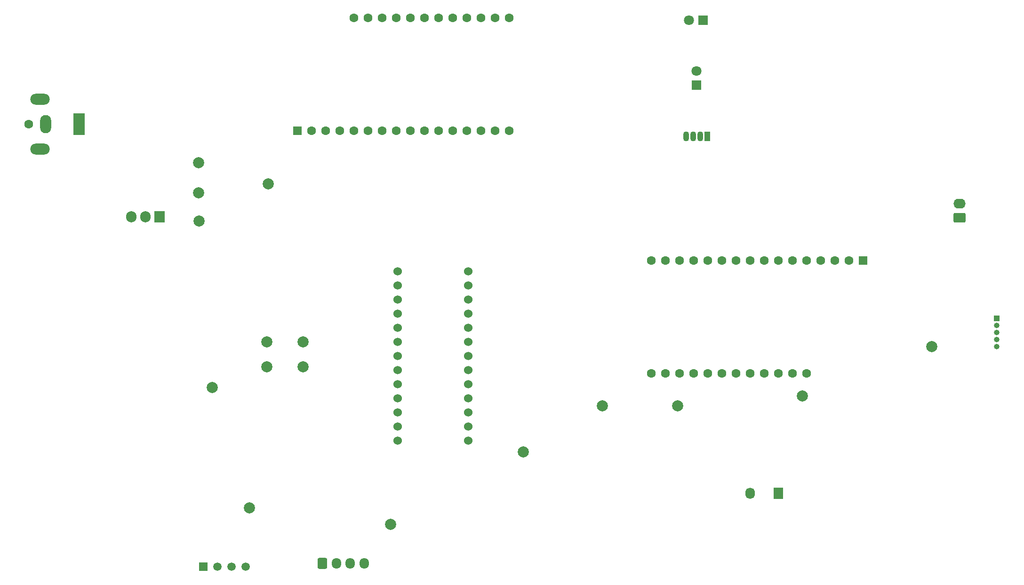
<source format=gbr>
%TF.GenerationSoftware,KiCad,Pcbnew,7.0.8*%
%TF.CreationDate,2023-11-14T21:54:52-08:00*%
%TF.ProjectId,window_weather_monitor,77696e64-6f77-45f7-9765-61746865725f,4*%
%TF.SameCoordinates,Original*%
%TF.FileFunction,Soldermask,Bot*%
%TF.FilePolarity,Negative*%
%FSLAX46Y46*%
G04 Gerber Fmt 4.6, Leading zero omitted, Abs format (unit mm)*
G04 Created by KiCad (PCBNEW 7.0.8) date 2023-11-14 21:54:52*
%MOMM*%
%LPD*%
G01*
G04 APERTURE LIST*
G04 Aperture macros list*
%AMRoundRect*
0 Rectangle with rounded corners*
0 $1 Rounding radius*
0 $2 $3 $4 $5 $6 $7 $8 $9 X,Y pos of 4 corners*
0 Add a 4 corners polygon primitive as box body*
4,1,4,$2,$3,$4,$5,$6,$7,$8,$9,$2,$3,0*
0 Add four circle primitives for the rounded corners*
1,1,$1+$1,$2,$3*
1,1,$1+$1,$4,$5*
1,1,$1+$1,$6,$7*
1,1,$1+$1,$8,$9*
0 Add four rect primitives between the rounded corners*
20,1,$1+$1,$2,$3,$4,$5,0*
20,1,$1+$1,$4,$5,$6,$7,0*
20,1,$1+$1,$6,$7,$8,$9,0*
20,1,$1+$1,$8,$9,$2,$3,0*%
G04 Aperture macros list end*
%ADD10R,1.600000X1.600000*%
%ADD11C,1.600000*%
%ADD12R,1.000000X1.000000*%
%ADD13O,1.000000X1.000000*%
%ADD14R,1.070000X1.800000*%
%ADD15O,1.070000X1.800000*%
%ADD16C,2.000000*%
%ADD17R,2.000000X4.000000*%
%ADD18O,2.000000X3.300000*%
%ADD19O,3.500000X2.000000*%
%ADD20RoundRect,0.250000X-0.600000X-0.725000X0.600000X-0.725000X0.600000X0.725000X-0.600000X0.725000X0*%
%ADD21O,1.700000X1.950000*%
%ADD22R,1.500000X1.500000*%
%ADD23C,1.500000*%
%ADD24R,1.800000X1.800000*%
%ADD25C,1.800000*%
%ADD26R,1.905000X2.000000*%
%ADD27O,1.905000X2.000000*%
%ADD28R,1.730000X2.030000*%
%ADD29O,1.730000X2.030000*%
%ADD30RoundRect,0.250000X0.845000X-0.620000X0.845000X0.620000X-0.845000X0.620000X-0.845000X-0.620000X0*%
%ADD31O,2.190000X1.740000*%
%ADD32C,1.524000*%
G04 APERTURE END LIST*
D10*
%TO.C,DS1*%
X80010000Y-61766900D03*
D11*
X82550000Y-61766900D03*
X85090000Y-61766900D03*
X87630000Y-61766900D03*
X90170000Y-61766900D03*
X92710000Y-61766900D03*
X95250000Y-61766900D03*
X97790000Y-61766900D03*
X100330000Y-61766900D03*
X102870000Y-61766900D03*
X105410000Y-61766900D03*
X107950000Y-61766900D03*
X110490000Y-61766900D03*
X113030000Y-61766900D03*
X115570000Y-61766900D03*
X118110000Y-61766900D03*
X118110000Y-41446900D03*
X115570000Y-41446900D03*
X113030000Y-41446900D03*
X110490000Y-41446900D03*
X107950000Y-41446900D03*
X105410000Y-41446900D03*
X102870000Y-41446900D03*
X100330000Y-41446900D03*
X97790000Y-41446900D03*
X95250000Y-41446900D03*
X92710000Y-41446900D03*
X90170000Y-41446900D03*
%TD*%
D12*
%TO.C,U5*%
X205892400Y-95554800D03*
D13*
X205892400Y-96824800D03*
X205892400Y-98094800D03*
X205892400Y-99364800D03*
X205892400Y-100634800D03*
%TD*%
D14*
%TO.C,D3*%
X153822400Y-62788800D03*
D15*
X152552400Y-62788800D03*
X151282400Y-62788800D03*
X150012400Y-62788800D03*
%TD*%
D16*
%TO.C,TP6*%
X148463000Y-111302800D03*
%TD*%
%TO.C,TP1*%
X62306200Y-67513200D03*
%TD*%
D11*
%TO.C,J1*%
X31729800Y-60528200D03*
D17*
X40729800Y-60528200D03*
D18*
X34729800Y-60528200D03*
D19*
X33729800Y-56028200D03*
X33729800Y-65028200D03*
%TD*%
D16*
%TO.C,TP8*%
X71374000Y-129667000D03*
%TD*%
D20*
%TO.C,U3*%
X84549600Y-139649200D03*
D21*
X87049600Y-139649200D03*
X89549600Y-139649200D03*
X92049600Y-139649200D03*
%TD*%
D16*
%TO.C,TP7*%
X96774000Y-132562600D03*
%TD*%
D10*
%TO.C,U1*%
X181838600Y-85121300D03*
D11*
X179298600Y-85121300D03*
X176758600Y-85121300D03*
X174218600Y-85121300D03*
X171678600Y-85121300D03*
X169138600Y-85121300D03*
X166598600Y-85121300D03*
X164058600Y-85121300D03*
X161518600Y-85121300D03*
X158978600Y-85121300D03*
X156438600Y-85121300D03*
X153898600Y-85121300D03*
X151358600Y-85121300D03*
X148818600Y-85121300D03*
X146278600Y-85121300D03*
X143738600Y-85121300D03*
X143738600Y-105441300D03*
X146278600Y-105441300D03*
X148818600Y-105441300D03*
X151358600Y-105441300D03*
X153898600Y-105441300D03*
X156438600Y-105441300D03*
X158978600Y-105441300D03*
X161518600Y-105441300D03*
X164058600Y-105441300D03*
X166598600Y-105441300D03*
X169138600Y-105441300D03*
X171678600Y-105441300D03*
%TD*%
D22*
%TO.C,U2*%
X63093600Y-140258800D03*
D23*
X65633600Y-140258800D03*
X68173600Y-140258800D03*
X70713600Y-140258800D03*
%TD*%
D16*
%TO.C,SW1*%
X74575600Y-99705600D03*
X81075600Y-99705600D03*
X74575600Y-104205600D03*
X81075600Y-104205600D03*
%TD*%
D24*
%TO.C,D2*%
X153009600Y-41859200D03*
D25*
X150469600Y-41859200D03*
%TD*%
D16*
%TO.C,TP12*%
X74828400Y-71323200D03*
%TD*%
%TO.C,TP11*%
X194183000Y-100634800D03*
%TD*%
%TO.C,TP9*%
X170865800Y-109448600D03*
%TD*%
%TO.C,TP3*%
X62230000Y-72872600D03*
%TD*%
D26*
%TO.C,U6*%
X55219600Y-77216000D03*
D27*
X52679600Y-77216000D03*
X50139600Y-77216000D03*
%TD*%
D16*
%TO.C,TP4*%
X120675400Y-119532400D03*
%TD*%
%TO.C,TP10*%
X64719200Y-107975400D03*
%TD*%
%TO.C,TP5*%
X134874000Y-111277400D03*
%TD*%
D28*
%TO.C,SW2*%
X166583200Y-127044800D03*
D29*
X161503200Y-127044800D03*
%TD*%
D30*
%TO.C,BZ1*%
X199206800Y-77368400D03*
D31*
X199206800Y-74828400D03*
%TD*%
D16*
%TO.C,TP2*%
X62357000Y-77952600D03*
%TD*%
D24*
%TO.C,D1*%
X151841200Y-53497400D03*
D25*
X151841200Y-50957400D03*
%TD*%
D32*
%TO.C,U4*%
X110796800Y-117500400D03*
X110796800Y-114960400D03*
X110796800Y-112420400D03*
X110796800Y-109880400D03*
X110796800Y-107340400D03*
X110796800Y-104800400D03*
X110796800Y-102260400D03*
X110796800Y-99720400D03*
X110796800Y-97180400D03*
X110796800Y-94640400D03*
X110796800Y-92100400D03*
X110796800Y-89560400D03*
X110796800Y-87020400D03*
X98096800Y-87020400D03*
X98096800Y-89560400D03*
X98096800Y-92100400D03*
X98096800Y-94640400D03*
X98096800Y-97180400D03*
X98096800Y-99720400D03*
X98096800Y-102260400D03*
X98096800Y-104800400D03*
X98096800Y-107340400D03*
X98096800Y-109880400D03*
X98096800Y-112420400D03*
X98096800Y-114960400D03*
X98096800Y-117500400D03*
%TD*%
M02*

</source>
